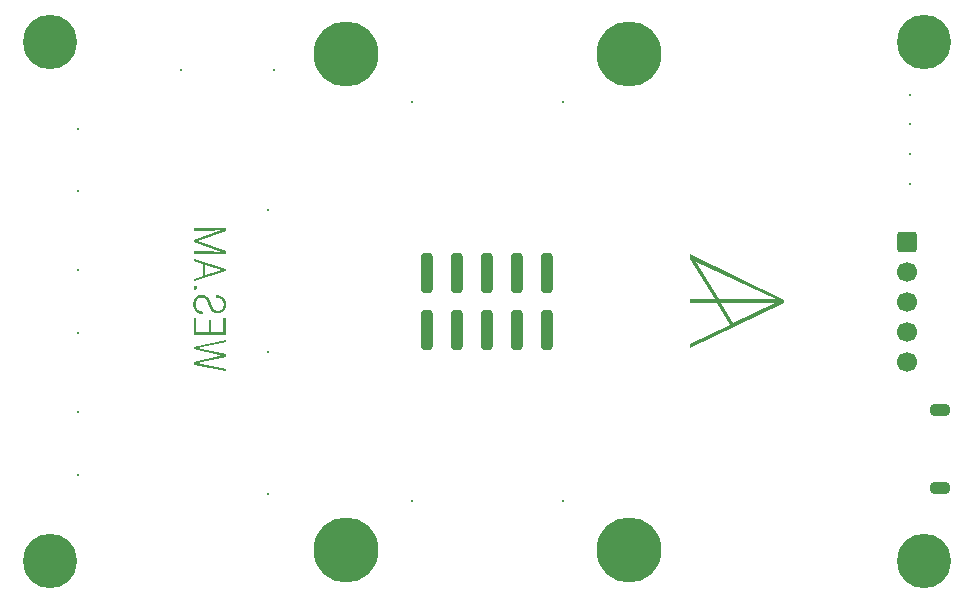
<source format=gbs>
G04*
G04 #@! TF.GenerationSoftware,Altium Limited,Altium Designer,18.0.7 (293)*
G04*
G04 Layer_Color=16711935*
%FSLAX25Y25*%
%MOIN*%
G70*
G01*
G75*
G04:AMPARAMS|DCode=85|XSize=39.37mil|YSize=133.86mil|CornerRadius=11.81mil|HoleSize=0mil|Usage=FLASHONLY|Rotation=0.000|XOffset=0mil|YOffset=0mil|HoleType=Round|Shape=RoundedRectangle|*
%AMROUNDEDRECTD85*
21,1,0.03937,0.11024,0,0,0.0*
21,1,0.01575,0.13386,0,0,0.0*
1,1,0.02362,0.00787,-0.05512*
1,1,0.02362,-0.00787,-0.05512*
1,1,0.02362,-0.00787,0.05512*
1,1,0.02362,0.00787,0.05512*
%
%ADD85ROUNDEDRECTD85*%
%ADD110C,0.18110*%
G04:AMPARAMS|DCode=111|XSize=7.87mil|YSize=7.87mil|CornerRadius=0mil|HoleSize=0mil|Usage=FLASHONLY|Rotation=0.000|XOffset=0mil|YOffset=0mil|HoleType=Round|Shape=RoundedRectangle|*
%AMROUNDEDRECTD111*
21,1,0.00787,0.00787,0,0,0.0*
21,1,0.00787,0.00787,0,0,0.0*
1,1,0.00000,0.00394,-0.00394*
1,1,0.00000,-0.00394,-0.00394*
1,1,0.00000,-0.00394,0.00394*
1,1,0.00000,0.00394,0.00394*
%
%ADD111ROUNDEDRECTD111*%
%ADD112O,0.07087X0.04331*%
G04:AMPARAMS|DCode=113|XSize=7.87mil|YSize=7.87mil|CornerRadius=0mil|HoleSize=0mil|Usage=FLASHONLY|Rotation=90.000|XOffset=0mil|YOffset=0mil|HoleType=Round|Shape=RoundedRectangle|*
%AMROUNDEDRECTD113*
21,1,0.00787,0.00787,0,0,90.0*
21,1,0.00787,0.00787,0,0,90.0*
1,1,0.00000,0.00394,0.00394*
1,1,0.00000,0.00394,-0.00394*
1,1,0.00000,-0.00394,-0.00394*
1,1,0.00000,-0.00394,0.00394*
%
%ADD113ROUNDEDRECTD113*%
G04:AMPARAMS|DCode=170|XSize=66.93mil|YSize=66.93mil|CornerRadius=9.84mil|HoleSize=0mil|Usage=FLASHONLY|Rotation=270.000|XOffset=0mil|YOffset=0mil|HoleType=Round|Shape=RoundedRectangle|*
%AMROUNDEDRECTD170*
21,1,0.06693,0.04724,0,0,270.0*
21,1,0.04724,0.06693,0,0,270.0*
1,1,0.01968,-0.02362,-0.02362*
1,1,0.01968,-0.02362,0.02362*
1,1,0.01968,0.02362,0.02362*
1,1,0.01968,0.02362,-0.02362*
%
%ADD170ROUNDEDRECTD170*%
%ADD171C,0.06693*%
%ADD172C,0.21654*%
G36*
X224993Y82998D02*
X224993Y84356D01*
X238322Y90723D01*
X233992Y97939D01*
X224993D01*
Y99213D01*
X233228D01*
X224993Y112796D01*
Y114154D01*
X256489Y99043D01*
Y98109D01*
X224993Y82998D01*
D02*
G37*
G36*
X70201Y121862D02*
X60861Y118627D01*
X70201Y115415D01*
Y114321D01*
X59597D01*
Y115142D01*
X64221D01*
X68766Y115073D01*
X59597Y118308D01*
Y118946D01*
X68811Y122203D01*
X64187Y122124D01*
X59597D01*
Y122955D01*
X70201D01*
Y121862D01*
D02*
G37*
G36*
Y109367D02*
Y108592D01*
X59597Y105210D01*
Y106075D01*
X62570Y106986D01*
Y110961D01*
X59597Y111873D01*
Y112750D01*
X70201Y109367D01*
D02*
G37*
G36*
X60212Y103615D02*
X60303Y103603D01*
X60371Y103569D01*
X60440Y103547D01*
X60497Y103512D01*
X60531Y103478D01*
X60554Y103467D01*
X60565Y103455D01*
X60622Y103387D01*
X60668Y103307D01*
X60702Y103228D01*
X60725Y103159D01*
X60736Y103091D01*
X60747Y103034D01*
Y102988D01*
X60736Y102886D01*
X60725Y102795D01*
X60690Y102715D01*
X60656Y102658D01*
X60622Y102601D01*
X60599Y102567D01*
X60576Y102544D01*
X60565Y102533D01*
X60497Y102476D01*
X60417Y102442D01*
X60280Y102396D01*
X60212Y102385D01*
X60166Y102373D01*
X60132D01*
X60121D01*
X60030Y102385D01*
X59950Y102396D01*
X59882Y102419D01*
X59813Y102453D01*
X59768Y102487D01*
X59734Y102510D01*
X59711Y102522D01*
X59699Y102533D01*
X59642Y102601D01*
X59608Y102681D01*
X59563Y102829D01*
X59551Y102886D01*
X59540Y102943D01*
Y102988D01*
X59551Y103091D01*
X59563Y103182D01*
X59585Y103262D01*
X59620Y103330D01*
X59654Y103387D01*
X59677Y103421D01*
X59688Y103444D01*
X59699Y103455D01*
X59768Y103512D01*
X59836Y103558D01*
X59904Y103581D01*
X59973Y103603D01*
X60030Y103615D01*
X60075Y103626D01*
X60109D01*
X60121D01*
X60212Y103615D01*
D02*
G37*
G36*
X62501Y100665D02*
X62752Y100631D01*
X62980Y100585D01*
X63185Y100528D01*
X63344Y100471D01*
X63458Y100426D01*
X63504Y100403D01*
X63538Y100391D01*
X63549Y100380D01*
X63561D01*
X63766Y100255D01*
X63959Y100118D01*
X64130Y99970D01*
X64278Y99822D01*
X64403Y99685D01*
X64483Y99583D01*
X64517Y99537D01*
X64540Y99503D01*
X64563Y99492D01*
Y99480D01*
X64643Y99355D01*
X64722Y99230D01*
X64871Y98934D01*
X65018Y98637D01*
X65144Y98341D01*
X65201Y98205D01*
X65246Y98079D01*
X65292Y97966D01*
X65326Y97863D01*
X65360Y97783D01*
X65372Y97726D01*
X65394Y97681D01*
Y97669D01*
X65474Y97453D01*
X65543Y97259D01*
X65622Y97066D01*
X65702Y96895D01*
X65782Y96747D01*
X65850Y96599D01*
X65930Y96473D01*
X65998Y96359D01*
X66055Y96257D01*
X66112Y96177D01*
X66169Y96097D01*
X66215Y96040D01*
X66249Y95995D01*
X66271Y95961D01*
X66294Y95949D01*
Y95938D01*
X66397Y95847D01*
X66499Y95756D01*
X66716Y95619D01*
X66943Y95528D01*
X67149Y95460D01*
X67331Y95425D01*
X67410Y95403D01*
X67479D01*
X67536Y95391D01*
X67581D01*
X67604D01*
X67615D01*
X67775Y95403D01*
X67923Y95414D01*
X68196Y95482D01*
X68436Y95574D01*
X68641Y95676D01*
X68800Y95779D01*
X68868Y95824D01*
X68914Y95870D01*
X68959Y95904D01*
X68994Y95938D01*
X69005Y95949D01*
X69016Y95961D01*
X69108Y96075D01*
X69199Y96200D01*
X69335Y96451D01*
X69427Y96724D01*
X69495Y96974D01*
X69540Y97202D01*
X69552Y97305D01*
Y97385D01*
X69563Y97453D01*
Y97555D01*
X69552Y97738D01*
X69540Y97920D01*
X69506Y98091D01*
X69461Y98239D01*
X69415Y98387D01*
X69358Y98524D01*
X69290Y98649D01*
X69233Y98751D01*
X69176Y98854D01*
X69108Y98945D01*
X69051Y99013D01*
X69005Y99070D01*
X68959Y99127D01*
X68937Y99161D01*
X68914Y99173D01*
X68902Y99184D01*
X68777Y99287D01*
X68641Y99389D01*
X68493Y99469D01*
X68356Y99537D01*
X68060Y99640D01*
X67786Y99708D01*
X67661Y99742D01*
X67547Y99754D01*
X67445Y99765D01*
X67353Y99777D01*
X67274Y99788D01*
X67217D01*
X67183D01*
X67171D01*
Y100631D01*
X67422Y100619D01*
X67672Y100597D01*
X67900Y100551D01*
X68117Y100494D01*
X68310Y100426D01*
X68504Y100357D01*
X68675Y100278D01*
X68834Y100198D01*
X68971Y100118D01*
X69096Y100038D01*
X69199Y99970D01*
X69290Y99902D01*
X69358Y99845D01*
X69404Y99799D01*
X69438Y99777D01*
X69449Y99765D01*
X69609Y99594D01*
X69745Y99423D01*
X69871Y99241D01*
X69973Y99059D01*
X70053Y98877D01*
X70133Y98694D01*
X70190Y98512D01*
X70235Y98341D01*
X70269Y98182D01*
X70303Y98034D01*
X70326Y97897D01*
X70338Y97783D01*
X70349Y97692D01*
Y97555D01*
X70338Y97316D01*
X70315Y97077D01*
X70281Y96861D01*
X70224Y96656D01*
X70167Y96462D01*
X70110Y96280D01*
X70030Y96120D01*
X69962Y95972D01*
X69893Y95836D01*
X69825Y95722D01*
X69757Y95619D01*
X69700Y95528D01*
X69643Y95471D01*
X69609Y95414D01*
X69586Y95391D01*
X69574Y95380D01*
X69427Y95232D01*
X69267Y95107D01*
X69108Y94993D01*
X68948Y94902D01*
X68777Y94822D01*
X68618Y94753D01*
X68447Y94696D01*
X68299Y94651D01*
X68151Y94617D01*
X68014Y94594D01*
X67900Y94571D01*
X67798Y94560D01*
X67707D01*
X67650Y94548D01*
X67604D01*
X67593D01*
X67365Y94560D01*
X67160Y94583D01*
X66955Y94628D01*
X66761Y94685D01*
X66590Y94742D01*
X66431Y94822D01*
X66271Y94902D01*
X66146Y94981D01*
X66021Y95061D01*
X65918Y95129D01*
X65827Y95209D01*
X65747Y95266D01*
X65690Y95323D01*
X65645Y95368D01*
X65622Y95391D01*
X65611Y95403D01*
X65508Y95528D01*
X65406Y95676D01*
X65212Y95995D01*
X65030Y96325D01*
X64882Y96656D01*
X64814Y96815D01*
X64757Y96963D01*
X64700Y97088D01*
X64654Y97202D01*
X64620Y97293D01*
X64597Y97373D01*
X64586Y97419D01*
X64574Y97430D01*
X64483Y97681D01*
X64403Y97909D01*
X64312Y98125D01*
X64221Y98307D01*
X64141Y98489D01*
X64062Y98637D01*
X63982Y98774D01*
X63914Y98899D01*
X63845Y99002D01*
X63777Y99093D01*
X63731Y99161D01*
X63686Y99218D01*
X63640Y99264D01*
X63618Y99298D01*
X63606Y99321D01*
X63595D01*
X63492Y99412D01*
X63390Y99492D01*
X63162Y99617D01*
X62923Y99708D01*
X62706Y99765D01*
X62501Y99811D01*
X62410Y99822D01*
X62342D01*
X62285Y99833D01*
X62228D01*
X62205D01*
X62194D01*
X62023Y99822D01*
X61875Y99811D01*
X61579Y99742D01*
X61340Y99640D01*
X61134Y99526D01*
X60964Y99412D01*
X60895Y99366D01*
X60850Y99309D01*
X60804Y99275D01*
X60770Y99241D01*
X60759Y99230D01*
X60747Y99218D01*
X60656Y99104D01*
X60576Y98979D01*
X60440Y98717D01*
X60349Y98444D01*
X60280Y98193D01*
X60246Y97966D01*
X60223Y97863D01*
Y97783D01*
X60212Y97715D01*
Y97612D01*
X60223Y97407D01*
X60235Y97202D01*
X60269Y97020D01*
X60315Y96838D01*
X60360Y96678D01*
X60417Y96530D01*
X60474Y96394D01*
X60531Y96268D01*
X60588Y96154D01*
X60645Y96052D01*
X60702Y95972D01*
X60747Y95904D01*
X60793Y95847D01*
X60827Y95813D01*
X60838Y95790D01*
X60850Y95779D01*
X60975Y95665D01*
X61112Y95562D01*
X61260Y95471D01*
X61396Y95391D01*
X61545Y95323D01*
X61693Y95266D01*
X61977Y95186D01*
X62103Y95164D01*
X62228Y95141D01*
X62342Y95129D01*
X62433Y95118D01*
X62513Y95107D01*
X62570D01*
X62604D01*
X62615D01*
Y94275D01*
X62262Y94298D01*
X61943Y94343D01*
X61659Y94412D01*
X61408Y94491D01*
X61305Y94537D01*
X61203Y94571D01*
X61123Y94605D01*
X61055Y94640D01*
X60998Y94674D01*
X60964Y94685D01*
X60941Y94708D01*
X60930D01*
X60679Y94879D01*
X60451Y95072D01*
X60269Y95277D01*
X60109Y95471D01*
X59984Y95642D01*
X59939Y95710D01*
X59893Y95779D01*
X59870Y95836D01*
X59847Y95870D01*
X59825Y95893D01*
Y95904D01*
X59699Y96200D01*
X59608Y96496D01*
X59540Y96781D01*
X59494Y97054D01*
X59483Y97168D01*
X59472Y97282D01*
X59460Y97373D01*
Y97453D01*
X59449Y97521D01*
Y97612D01*
X59460Y97863D01*
X59483Y98102D01*
X59517Y98330D01*
X59563Y98546D01*
X59620Y98740D01*
X59688Y98922D01*
X59756Y99093D01*
X59825Y99241D01*
X59893Y99378D01*
X59961Y99492D01*
X60030Y99594D01*
X60087Y99685D01*
X60132Y99742D01*
X60166Y99799D01*
X60189Y99822D01*
X60201Y99833D01*
X60349Y99981D01*
X60508Y100107D01*
X60668Y100221D01*
X60838Y100323D01*
X61009Y100403D01*
X61169Y100471D01*
X61340Y100528D01*
X61499Y100574D01*
X61647Y100608D01*
X61784Y100631D01*
X61898Y100654D01*
X62012Y100665D01*
X62091Y100676D01*
X62160D01*
X62205D01*
X62217D01*
X62501Y100665D01*
D02*
G37*
G36*
X60360Y88261D02*
X64677D01*
Y92384D01*
X65440D01*
Y88261D01*
X69415D01*
Y92965D01*
X70201D01*
Y87441D01*
X59597D01*
Y92999D01*
X60360D01*
Y88261D01*
D02*
G37*
G36*
X70201Y84878D02*
X62479Y83306D01*
X60884Y83033D01*
X62399Y82726D01*
X70201Y80846D01*
Y80106D01*
X62399Y78204D01*
X60907Y77885D01*
X62479Y77634D01*
X70201Y76051D01*
Y75197D01*
X59597Y77452D01*
Y78238D01*
X67855Y80277D01*
X68846Y80482D01*
X67855Y80687D01*
X59597Y82680D01*
Y83466D01*
X70201Y85721D01*
Y84878D01*
D02*
G37*
%LPC*%
G36*
X239425Y91233D02*
X253433Y97939D01*
X235350D01*
X239425Y91233D01*
D02*
G37*
G36*
X234671Y99213D02*
X253518D01*
X227031Y111777D01*
X234671Y99213D01*
D02*
G37*
G36*
X63344Y110722D02*
Y107226D01*
X69028Y108968D01*
X63344Y110722D01*
D02*
G37*
%LPD*%
D85*
X137480Y88976D02*
D03*
X147480D02*
D03*
X157480D02*
D03*
X167480D02*
D03*
X177480D02*
D03*
Y107874D02*
D03*
X167480D02*
D03*
X157480D02*
D03*
X147480D02*
D03*
X137480D02*
D03*
D110*
X11811Y185039D02*
D03*
X303150D02*
D03*
Y11811D02*
D03*
X11811D02*
D03*
D111*
X132283Y164961D02*
D03*
X182677D02*
D03*
X132283Y31890D02*
D03*
X182677D02*
D03*
X55512Y175591D02*
D03*
X86221D02*
D03*
X298228Y137795D02*
D03*
Y147638D02*
D03*
Y157480D02*
D03*
Y167323D02*
D03*
D112*
X308268Y36220D02*
D03*
Y62205D02*
D03*
D113*
X20866Y156102D02*
D03*
Y135236D02*
D03*
X84252Y128937D02*
D03*
X20866Y108858D02*
D03*
Y87992D02*
D03*
X84252Y81693D02*
D03*
Y34449D02*
D03*
X20866Y40748D02*
D03*
Y61614D02*
D03*
D170*
X297244Y118425D02*
D03*
D171*
Y108425D02*
D03*
Y98425D02*
D03*
Y88425D02*
D03*
Y78425D02*
D03*
D172*
X204724Y15748D02*
D03*
X110236D02*
D03*
X204724Y181102D02*
D03*
X110236D02*
D03*
M02*

</source>
